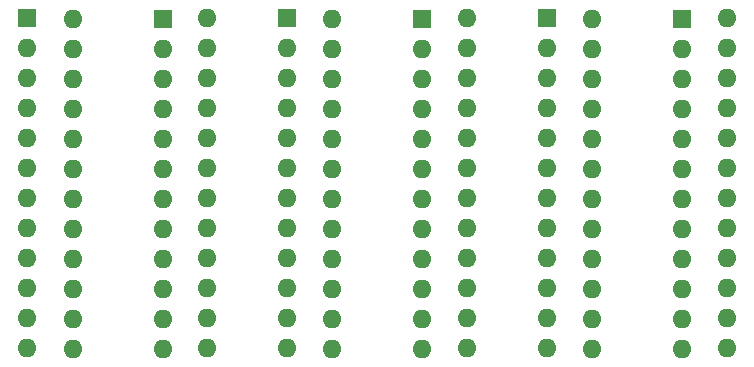
<source format=gbr>
%TF.GenerationSoftware,KiCad,Pcbnew,7.0.9*%
%TF.CreationDate,2024-05-03T11:46:21+01:00*%
%TF.ProjectId,DIP24Converter,44495032-3443-46f6-9e76-65727465722e,rev?*%
%TF.SameCoordinates,Original*%
%TF.FileFunction,Soldermask,Bot*%
%TF.FilePolarity,Negative*%
%FSLAX46Y46*%
G04 Gerber Fmt 4.6, Leading zero omitted, Abs format (unit mm)*
G04 Created by KiCad (PCBNEW 7.0.9) date 2024-05-03 11:46:21*
%MOMM*%
%LPD*%
G01*
G04 APERTURE LIST*
%ADD10R,1.600000X1.600000*%
%ADD11O,1.600000X1.600000*%
G04 APERTURE END LIST*
D10*
%TO.C,U1*%
X105450000Y-50050000D03*
D11*
X105450000Y-52590000D03*
X105450000Y-55130000D03*
X105450000Y-57670000D03*
X105450000Y-60210000D03*
X105450000Y-62750000D03*
X105450000Y-65290000D03*
X105450000Y-67830000D03*
X105450000Y-70370000D03*
X105450000Y-72910000D03*
X105450000Y-75450000D03*
X105450000Y-77990000D03*
X97830000Y-77990000D03*
X97830000Y-75450000D03*
X97830000Y-72910000D03*
X97830000Y-70370000D03*
X97830000Y-67830000D03*
X97830000Y-65290000D03*
X97830000Y-62750000D03*
X97830000Y-60210000D03*
X97830000Y-57670000D03*
X97830000Y-55130000D03*
X97830000Y-52590000D03*
X97830000Y-50050000D03*
%TD*%
D10*
%TO.C,U2*%
X94000000Y-50000000D03*
D11*
X94000000Y-52540000D03*
X94000000Y-55080000D03*
X94000000Y-57620000D03*
X94000000Y-60160000D03*
X94000000Y-62700000D03*
X94000000Y-65240000D03*
X94000000Y-67780000D03*
X94000000Y-70320000D03*
X94000000Y-72860000D03*
X94000000Y-75400000D03*
X94000000Y-77940000D03*
X109240000Y-77940000D03*
X109240000Y-75400000D03*
X109240000Y-72860000D03*
X109240000Y-70320000D03*
X109240000Y-67780000D03*
X109240000Y-65240000D03*
X109240000Y-62700000D03*
X109240000Y-60160000D03*
X109240000Y-57620000D03*
X109240000Y-55080000D03*
X109240000Y-52540000D03*
X109240000Y-50000000D03*
%TD*%
D10*
%TO.C,U1*%
X83450000Y-50050000D03*
D11*
X83450000Y-52590000D03*
X83450000Y-55130000D03*
X83450000Y-57670000D03*
X83450000Y-60210000D03*
X83450000Y-62750000D03*
X83450000Y-65290000D03*
X83450000Y-67830000D03*
X83450000Y-70370000D03*
X83450000Y-72910000D03*
X83450000Y-75450000D03*
X83450000Y-77990000D03*
X75830000Y-77990000D03*
X75830000Y-75450000D03*
X75830000Y-72910000D03*
X75830000Y-70370000D03*
X75830000Y-67830000D03*
X75830000Y-65290000D03*
X75830000Y-62750000D03*
X75830000Y-60210000D03*
X75830000Y-57670000D03*
X75830000Y-55130000D03*
X75830000Y-52590000D03*
X75830000Y-50050000D03*
%TD*%
D10*
%TO.C,U2*%
X72000000Y-50000000D03*
D11*
X72000000Y-52540000D03*
X72000000Y-55080000D03*
X72000000Y-57620000D03*
X72000000Y-60160000D03*
X72000000Y-62700000D03*
X72000000Y-65240000D03*
X72000000Y-67780000D03*
X72000000Y-70320000D03*
X72000000Y-72860000D03*
X72000000Y-75400000D03*
X72000000Y-77940000D03*
X87240000Y-77940000D03*
X87240000Y-75400000D03*
X87240000Y-72860000D03*
X87240000Y-70320000D03*
X87240000Y-67780000D03*
X87240000Y-65240000D03*
X87240000Y-62700000D03*
X87240000Y-60160000D03*
X87240000Y-57620000D03*
X87240000Y-55080000D03*
X87240000Y-52540000D03*
X87240000Y-50000000D03*
%TD*%
%TO.C,U2*%
X65240000Y-50000000D03*
X65240000Y-52540000D03*
X65240000Y-55080000D03*
X65240000Y-57620000D03*
X65240000Y-60160000D03*
X65240000Y-62700000D03*
X65240000Y-65240000D03*
X65240000Y-67780000D03*
X65240000Y-70320000D03*
X65240000Y-72860000D03*
X65240000Y-75400000D03*
X65240000Y-77940000D03*
X50000000Y-77940000D03*
X50000000Y-75400000D03*
X50000000Y-72860000D03*
X50000000Y-70320000D03*
X50000000Y-67780000D03*
X50000000Y-65240000D03*
X50000000Y-62700000D03*
X50000000Y-60160000D03*
X50000000Y-57620000D03*
X50000000Y-55080000D03*
X50000000Y-52540000D03*
D10*
X50000000Y-50000000D03*
%TD*%
D11*
%TO.C,U1*%
X53830000Y-50050000D03*
X53830000Y-52590000D03*
X53830000Y-55130000D03*
X53830000Y-57670000D03*
X53830000Y-60210000D03*
X53830000Y-62750000D03*
X53830000Y-65290000D03*
X53830000Y-67830000D03*
X53830000Y-70370000D03*
X53830000Y-72910000D03*
X53830000Y-75450000D03*
X53830000Y-77990000D03*
X61450000Y-77990000D03*
X61450000Y-75450000D03*
X61450000Y-72910000D03*
X61450000Y-70370000D03*
X61450000Y-67830000D03*
X61450000Y-65290000D03*
X61450000Y-62750000D03*
X61450000Y-60210000D03*
X61450000Y-57670000D03*
X61450000Y-55130000D03*
X61450000Y-52590000D03*
D10*
X61450000Y-50050000D03*
%TD*%
M02*

</source>
